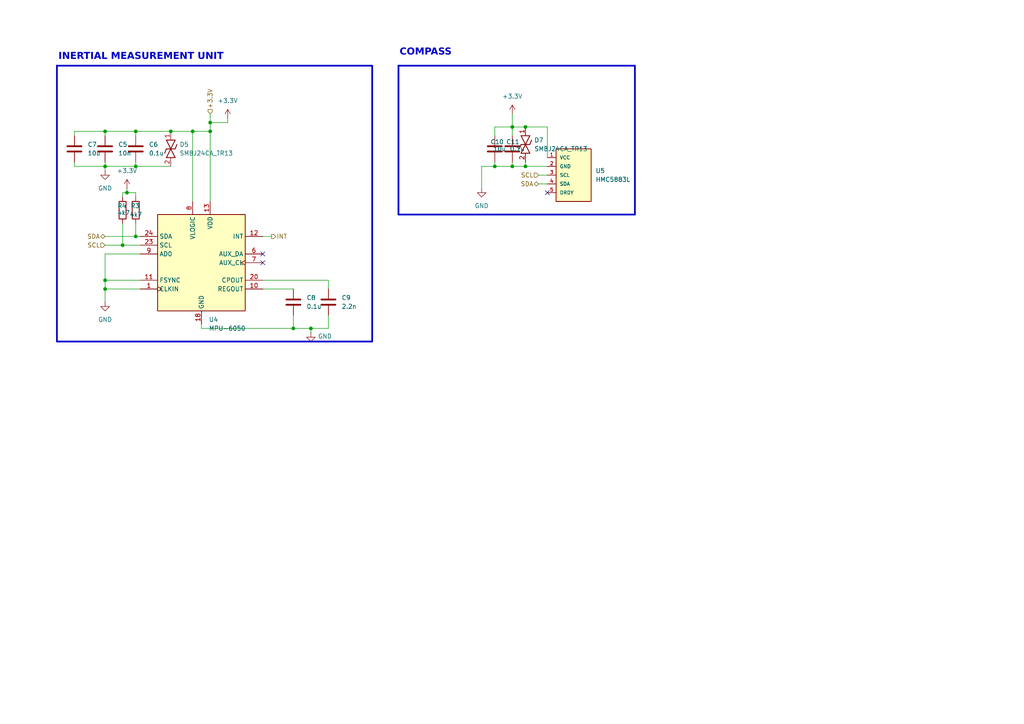
<source format=kicad_sch>
(kicad_sch (version 20250114) (generator "eeschema") (generator_version "9.0")
  (paper "A4")
  (lib_symbols
    (symbol "Device:C" (pin_numbers (hide yes)) (pin_names (offset 0.254))
      (property "Reference" "C" (at 0.635 2.54 0))
      (property "Value" "C" (at 0.635 -2.54 0))
      (symbol "C_0_1"
        (polyline (pts (xy -2.032 0.762) (xy 2.032 0.762)) (stroke (width 0.508)))
        (polyline (pts (xy -2.032 -0.762) (xy 2.032 -0.762)) (stroke (width 0.508)))
      )
      (symbol "C_1_1"
        (pin passive line (at 0 3.81 270) (length 2.794) (name "~") (number "1"))
        (pin passive line (at 0 -3.81 90) (length 2.794) (name "~") (number "2"))
      )
    )
    (symbol "Device:R" (pin_numbers (hide yes)) (pin_names (offset 0))
      (property "Reference" "R" (at 2.032 0 90))
      (property "Value" "R" (at 0 0 90))
      (symbol "R_0_1"
        (rectangle (start -1.016 -2.54) (end 1.016 2.54) (stroke (width 0.254)))
      )
      (symbol "R_1_1"
        (pin passive line (at 0 3.81 270) (length 1.27) (name "~") (number "1"))
        (pin passive line (at 0 -3.81 90) (length 1.27) (name "~") (number "2"))
      )
    )
    (symbol "HMC5883L:HMC5883L" (pin_names (offset 1.016))
      (property "Reference" "U" (at -5.0849 8.1359 0))
      (property "Value" "HMC5883L" (at -5.0847 -8.1355 0))
      (symbol "HMC5883L_0_0"
        (rectangle (start -5.08 -7.62) (end 5.08 7.62) (stroke (width 0.254)) (fill (type background)))
        (pin power_in line (at -7.62 5.08 0) (length 2.54) (name "VCC") (number "1"))
        (pin power_in line (at -7.62 2.54 0) (length 2.54) (name "GND") (number "2"))
        (pin input line (at -7.62 0 0) (length 2.54) (name "SCL") (number "3"))
        (pin bidirectional line (at -7.62 -2.54 0) (length 2.54) (name "SDA") (number "4"))
        (pin bidirectional line (at -7.62 -5.08 0) (length 2.54) (name "DRDY") (number "5"))
      )
    )
    (symbol "SMBJ24CA_TR13_1" (pin_names (hide yes))
      (property "Reference" "D" (at 12.7 8.89 0))
      (property "Value" "SMBJ24CA_TR13" (at 12.7 6.35 0))
      (symbol "SMBJ24CA_TR13_1_1_1"
        (polyline (pts (xy 5.08 1.27) (xy 5.08 -1.27)) (stroke (width 0.254)))
        (polyline (pts (xy 5.08 1.27) (xy 7.62 0)) (stroke (width 0.254)))
        (polyline (pts (xy 6.35 1.778) (xy 7.62 1.27)) (stroke (width 0.254)))
        (polyline (pts (xy 7.62 0) (xy 5.08 -1.27)) (stroke (width 0.254)))
        (polyline (pts (xy 7.62 0) (xy 10.16 -1.27)) (stroke (width 0.254)))
        (polyline (pts (xy 7.62 -1.27) (xy 7.62 1.27)) (stroke (width 0.254)))
        (polyline (pts (xy 7.62 -1.27) (xy 8.89 -1.778)) (stroke (width 0.254)))
        (polyline (pts (xy 10.16 1.27) (xy 7.62 0)) (stroke (width 0.254)))
        (polyline (pts (xy 10.16 1.27) (xy 10.16 -1.27)) (stroke (width 0.254)))
        (pin passive line (at 2.54 0 0) (length 2.54) (name "1") (number "1"))
        (pin passive line (at 12.7 0 180) (length 2.54) (name "2") (number "2"))
      )
    )
    (symbol "Sensor_Motion:MPU-6050"
      (property "Reference" "U" (at -11.43 13.97 0))
      (property "Value" "MPU-6050" (at 7.62 -15.24 0))
      (symbol "MPU-6050_0_1"
        (rectangle (start -12.7 13.97) (end 12.7 -13.97) (stroke (width 0.254)) (fill (type background)))
      )
      (symbol "MPU-6050_1_1"
        (pin bidirectional line (at -17.78 7.62 0) (length 5.08) (name "SDA") (number "24"))
        (pin input line (at -17.78 5.08 0) (length 5.08) (name "SCL") (number "23"))
        (pin input line (at -17.78 2.54 0) (length 5.08) (name "AD0") (number "9"))
        (pin input line (at -17.78 -5.08 0) (length 5.08) (name "FSYNC") (number "11"))
        (pin input clock (at -17.78 -7.62 0) (length 5.08) (name "CLKIN") (number "1"))
        (pin no_connect line (at -12.7 12.7 0) (length 2.54) (hide yes) (name "NC") (number "2"))
        (pin no_connect line (at -12.7 10.16 0) (length 2.54) (hide yes) (name "NC") (number "3"))
        (pin no_connect line (at -12.7 0 0) (length 2.54) (hide yes) (name "NC") (number "4"))
        (pin no_connect line (at -12.7 -2.54 0) (length 2.54) (hide yes) (name "NC") (number "5"))
        (pin no_connect line (at -12.7 -10.16 0) (length 2.54) (hide yes) (name "NC") (number "14"))
        (pin power_in line (at -2.54 17.78 270) (length 3.81) (name "VLOGIC") (number "8"))
        (pin power_in line (at 0 -17.78 90) (length 3.81) (name "GND") (number "18"))
        (pin power_in line (at 2.54 17.78 270) (length 3.81) (name "VDD") (number "13"))
        (pin no_connect line (at 12.7 12.7 180) (length 2.54) (hide yes) (name "NC") (number "15"))
        (pin no_connect line (at 12.7 10.16 180) (length 2.54) (hide yes) (name "NC") (number "16"))
        (pin no_connect line (at 12.7 5.08 180) (length 2.54) (hide yes) (name "NC") (number "17"))
        (pin no_connect line (at 12.7 -2.54 180) (length 2.54) (hide yes) (name "RESV") (number "21"))
        (pin no_connect line (at 12.7 -10.16 180) (length 2.54) (hide yes) (name "RESV") (number "19"))
        (pin no_connect line (at 12.7 -12.7 180) (length 2.54) (hide yes) (name "RESV") (number "22"))
        (pin output line (at 17.78 7.62 180) (length 5.08) (name "INT") (number "12"))
        (pin bidirectional line (at 17.78 2.54 180) (length 5.08) (name "AUX_DA") (number "6"))
        (pin output clock (at 17.78 0 180) (length 5.08) (name "AUX_CL") (number "7"))
        (pin passive line (at 17.78 -5.08 180) (length 5.08) (name "CPOUT") (number "20"))
        (pin passive line (at 17.78 -7.62 180) (length 5.08) (name "REGOUT") (number "10"))
      )
    )
    (symbol "power:+3.3V" (power) (pin_numbers (hide yes)) (pin_names (offset 0) (hide yes))
      (property "Value" "+3.3V" (at 0 3.556 0))
      (symbol "+3.3V_0_1"
        (polyline (pts (xy -0.762 1.27) (xy 0 2.54)))
        (polyline (pts (xy 0 2.54) (xy 0.762 1.27)))
        (polyline (pts (xy 0 0) (xy 0 2.54)))
      )
      (symbol "+3.3V_1_1"
        (pin power_in line (at 0 0 90) (length 0) (name "~") (number "1"))
      )
    )
    (symbol "power:GND" (power) (pin_numbers (hide yes)) (pin_names (offset 0) (hide yes))
      (property "Value" "GND" (at 0 -3.81 0))
      (symbol "GND_0_1"
        (polyline (pts (xy 0 0) (xy 0 -1.27) (xy 1.27 -1.27) (xy 0 -2.54) (xy -1.27 -1.27) (xy 0 -1.27)))
      )
      (symbol "GND_1_1"
        (pin power_in line (at 0 0 270) (length 0) (name "~") (number "1"))
      )
    )
  )
  (rectangle (start 115.57 19.05) (end 184.15 62.23) (stroke (width 0.5)))
  (rectangle (start 16.51 19.05) (end 107.95 99.06) (stroke (width 0.5)))
  (text "INERTIAL MEASUREMENT UNIT\n" (at 40.894 17.018 0) (effects (font (size 2 2) (thickness 0.254) (bold yes))))
  (text "COMPASS" (at 123.444 15.748 0) (effects (font (size 2 2) (thickness 0.254) (bold yes))))
  (junction (at 30.48 38.1))
  (junction (at 85.09 95.25))
  (junction (at 90.17 95.25))
  (junction (at 35.56 71.12))
  (junction (at 148.59 48.26))
  (junction (at 60.96 38.1))
  (junction (at 152.4 48.26))
  (junction (at 49.53 38.1))
  (junction (at 39.37 38.1))
  (junction (at 30.48 48.26))
  (junction (at 60.96 35.56))
  (junction (at 55.88 38.1))
  (junction (at 148.59 36.83))
  (junction (at 36.83 55.88))
  (junction (at 30.48 81.28))
  (junction (at 39.37 68.58))
  (junction (at 143.51 48.26))
  (junction (at 39.37 48.26))
  (junction (at 30.48 83.82))
  (junction (at 152.4 36.83))
  (no_connect (at 76.2 76.2))
  (no_connect (at 76.2 73.66))
  (no_connect (at 158.75 55.88))
  (wire (pts (xy 85.09 91.44) (xy 85.09 95.25)))
  (wire (pts (xy 60.96 38.1) (xy 55.88 38.1)))
  (wire (pts (xy 148.59 48.26) (xy 152.4 48.26)))
  (wire (pts (xy 58.42 95.25) (xy 58.42 93.98)))
  (wire (pts (xy 60.96 38.1) (xy 60.96 58.42)))
  (wire (pts (xy 39.37 57.15) (xy 39.37 55.88)))
  (wire (pts (xy 39.37 64.77) (xy 39.37 68.58)))
  (wire (pts (xy 90.17 96.52) (xy 90.17 95.25)))
  (wire (pts (xy 152.4 36.83) (xy 158.75 36.83)))
  (wire (pts (xy 143.51 48.26) (xy 139.7 48.26)))
  (wire (pts (xy 148.59 36.83) (xy 148.59 39.37)))
  (wire (pts (xy 35.56 64.77) (xy 35.56 71.12)))
  (wire (pts (xy 30.48 73.66) (xy 30.48 81.28)))
  (wire (pts (xy 30.48 48.26) (xy 39.37 48.26)))
  (wire (pts (xy 30.48 38.1) (xy 21.59 38.1)))
  (wire (pts (xy 30.48 81.28) (xy 30.48 83.82)))
  (wire (pts (xy 60.96 35.56) (xy 60.96 38.1)))
  (wire (pts (xy 55.88 38.1) (xy 55.88 58.42)))
  (wire (pts (xy 60.96 33.02) (xy 60.96 35.56)))
  (wire (pts (xy 148.59 33.02) (xy 148.59 36.83)))
  (wire (pts (xy 95.25 81.28) (xy 95.25 83.82)))
  (wire (pts (xy 39.37 68.58) (xy 40.64 68.58)))
  (wire (pts (xy 76.2 81.28) (xy 95.25 81.28)))
  (wire (pts (xy 66.04 34.29) (xy 66.04 35.56)))
  (wire (pts (xy 143.51 48.26) (xy 143.51 46.99)))
  (wire (pts (xy 30.48 49.53) (xy 30.48 48.26)))
  (wire (pts (xy 30.48 68.58) (xy 39.37 68.58)))
  (wire (pts (xy 156.21 53.34) (xy 158.75 53.34)))
  (wire (pts (xy 40.64 81.28) (xy 30.48 81.28)))
  (wire (pts (xy 143.51 36.83) (xy 143.51 39.37)))
  (wire (pts (xy 35.56 57.15) (xy 35.56 55.88)))
  (wire (pts (xy 60.96 35.56) (xy 66.04 35.56)))
  (wire (pts (xy 148.59 48.26) (xy 148.59 46.99)))
  (wire (pts (xy 39.37 48.26) (xy 49.53 48.26)))
  (wire (pts (xy 30.48 46.99) (xy 30.48 48.26)))
  (wire (pts (xy 35.56 71.12) (xy 40.64 71.12)))
  (wire (pts (xy 152.4 46.99) (xy 152.4 48.26)))
  (wire (pts (xy 30.48 38.1) (xy 30.48 39.37)))
  (wire (pts (xy 21.59 38.1) (xy 21.59 39.37)))
  (wire (pts (xy 76.2 68.58) (xy 78.74 68.58)))
  (wire (pts (xy 49.53 38.1) (xy 55.88 38.1)))
  (wire (pts (xy 148.59 48.26) (xy 143.51 48.26)))
  (wire (pts (xy 40.64 73.66) (xy 30.48 73.66)))
  (wire (pts (xy 30.48 83.82) (xy 30.48 87.63)))
  (wire (pts (xy 21.59 48.26) (xy 21.59 46.99)))
  (wire (pts (xy 39.37 38.1) (xy 49.53 38.1)))
  (wire (pts (xy 35.56 55.88) (xy 36.83 55.88)))
  (wire (pts (xy 139.7 48.26) (xy 139.7 54.61)))
  (wire (pts (xy 152.4 48.26) (xy 158.75 48.26)))
  (wire (pts (xy 30.48 71.12) (xy 35.56 71.12)))
  (wire (pts (xy 85.09 95.25) (xy 90.17 95.25)))
  (wire (pts (xy 30.48 83.82) (xy 40.64 83.82)))
  (wire (pts (xy 148.59 36.83) (xy 152.4 36.83)))
  (wire (pts (xy 39.37 38.1) (xy 30.48 38.1)))
  (wire (pts (xy 39.37 46.99) (xy 39.37 48.26)))
  (wire (pts (xy 158.75 50.8) (xy 156.21 50.8)))
  (wire (pts (xy 76.2 83.82) (xy 85.09 83.82)))
  (wire (pts (xy 36.83 55.88) (xy 39.37 55.88)))
  (wire (pts (xy 90.17 95.25) (xy 95.25 95.25)))
  (wire (pts (xy 30.48 48.26) (xy 21.59 48.26)))
  (wire (pts (xy 158.75 36.83) (xy 158.75 45.72)))
  (wire (pts (xy 143.51 36.83) (xy 148.59 36.83)))
  (wire (pts (xy 39.37 38.1) (xy 39.37 39.37)))
  (wire (pts (xy 95.25 91.44) (xy 95.25 95.25)))
  (wire (pts (xy 58.42 95.25) (xy 85.09 95.25)))
  (wire (pts (xy 36.83 55.88) (xy 36.83 54.61)))
  (hierarchical_label "SCL" (shape input) (at 156.21 50.8 180))
  (hierarchical_label "INT" (shape output) (at 78.74 68.58 0))
  (hierarchical_label "SDA" (shape bidirectional) (at 156.21 53.34 180))
  (hierarchical_label "SCL" (shape input) (at 30.48 71.12 180))
  (hierarchical_label "SDA" (shape bidirectional) (at 30.48 68.58 180))
  (hierarchical_label "+3.3V" (shape input) (at 60.96 33.02 90))
  (symbol (lib_id "Device:C") (at 21.59 43.18 0) (unit 1)
    (property "Reference" "C7" (at 25.4 41.9099 0) (effects (justify left)))
    (property "Value" "10u" (at 25.4 44.4499 0) (effects (justify left)))
    (property "Description" "Unpolarized capacitor" (effects (hide yes)))
  )
  (symbol (lib_id "power:+3.3V") (at 148.59 33.02 0) (unit 1)
    (property "Reference" "#PWR097" (effects (hide yes)))
    (property "Value" "+3.3V" (at 148.59 27.94 0))
    (property "Description" "Power symbol creates a global label with name \"+3.3V\"" (effects (hide yes)))
  )
  (symbol (lib_id "Device:C") (at 95.25 87.63 0) (unit 1)
    (property "Reference" "C9" (at 99.06 86.3599 0) (effects (justify left)))
    (property "Value" "2.2n" (at 99.06 88.8999 0) (effects (justify left)))
    (property "Description" "Unpolarized capacitor" (effects (hide yes)))
  )
  (symbol (lib_id "Device:C") (at 148.59 43.18 0) (unit 1)
    (property "Reference" "C11" (at 146.812 41.148 0) (effects (justify left)))
    (property "Value" "0.1u" (at 147.828 43.18 0) (effects (justify left)))
    (property "Description" "Unpolarized capacitor" (effects (hide yes)))
  )
  (symbol (lib_id "Device:C") (at 39.37 43.18 0) (unit 1)
    (property "Reference" "C6" (at 43.18 41.9099 0) (effects (justify left)))
    (property "Value" "0.1u" (at 43.18 44.4499 0) (effects (justify left)))
    (property "Description" "Unpolarized capacitor" (effects (hide yes)))
  )
  (symbol (lib_id "power:GND") (at 30.48 87.63 0) (unit 1)
    (property "Reference" "#PWR011" (effects (hide yes)))
    (property "Value" "GND" (at 30.48 92.71 0))
    (property "Description" "Power symbol creates a global label with name \"GND\" , ground" (effects (hide yes)))
  )
  (symbol (lib_id "power:GND") (at 139.7 54.61 0) (unit 1)
    (property "Reference" "#PWR015" (effects (hide yes)))
    (property "Value" "GND" (at 139.7 59.69 0))
    (property "Description" "Power symbol creates a global label with name \"GND\" , ground" (effects (hide yes)))
  )
  (symbol (lib_id "Device:C") (at 85.09 87.63 0) (unit 1)
    (property "Reference" "C8" (at 88.9 86.3599 0) (effects (justify left)))
    (property "Value" "0.1u" (at 88.9 88.8999 0) (effects (justify left)))
    (property "Description" "Unpolarized capacitor" (effects (hide yes)))
  )
  (symbol (lib_id "power:GND") (at 30.48 49.53 0) (unit 1)
    (property "Reference" "#PWR09" (effects (hide yes)))
    (property "Value" "GND" (at 30.48 54.61 0))
    (property "Description" "Power symbol creates a global label with name \"GND\" , ground" (effects (hide yes)))
  )
  (symbol (lib_name "SMBJ24CA_TR13_1") (lib_id "SMBJ24CA_TR13:SMBJ24CA_TR13") (at 152.4 34.29 270) (unit 1)
    (property "Reference" "D7" (at 154.94 40.6399 90) (effects (justify left)))
    (property "Value" "SMBJ24CA_TR13" (at 154.94 43.1799 90) (effects (justify left)))
    (property "Footprint" "SMBJ24CA_TR13:DIONM5436X265N" (effects (hide yes)))
    (property "Datasheet" "https://4donline.ihs.com/images/VipMasterIC/IC/MCBU/MCBUS00041/MCBUS00041-1.pdf?hkey=61A2E4C270F0397D049F8F05BD4F1054" (effects (hide yes)))
    (property "Description" "38.9V Clamp 15.5A Ipp Tvs Diode Surface Mount DO-214AA (SMB)" (effects (hide yes)))
    (property "Height" "2.65" (effects (hide yes)))
    (property "Mouser Part Number" "603-SMBJ24CA/TR13" (effects (hide yes)))
    (property "Mouser Price/Stock" "https://www.mouser.co.uk/ProductDetail/YAGEO/SMBJ24CA-TR13?qs=PzGy0jfpSMvGAe65GS0rOg%3D%3D" (effects (hide yes)))
    (property "Manufacturer_Name" "YAGEO" (effects (hide yes)))
    (property "Manufacturer_Part_Number" "SMBJ24CA/TR13" (effects (hide yes)))
  )
  (symbol (lib_id "Sensor_Motion:MPU-6050") (at 58.42 76.2 0) (unit 1)
    (property "Reference" "U4" (at 60.5633 92.71 0) (effects (justify left)))
    (property "Value" "MPU-6050" (at 60.5633 95.25 0) (effects (justify left)))
    (property "Footprint" "Sensor_Motion:InvenSense_QFN-24_4x4mm_P0.5mm" (effects (hide yes)))
    (property "Datasheet" "https://invensense.tdk.com/wp-content/uploads/2015/02/MPU-6000-Datasheet1.pdf" (effects (hide yes)))
    (property "Description" "InvenSense 6-Axis Motion Sensor, Gyroscope, Accelerometer, I2C" (effects (hide yes)))
  )
  (symbol (lib_id "HMC5883L:HMC5883L") (at 166.37 50.8 0) (unit 1)
    (property "Reference" "U5" (at 172.72 49.5299 0) (effects (justify left)))
    (property "Value" "HMC5883L" (at 172.72 52.0699 0) (effects (justify left)))
    (property "Footprint" "HMC5883L:HMC5883L" (effects (hide yes)))
    (property "MF" "Honeywell Aerospace" (effects (hide yes)))
    (property "Description_1" "HMC5883L series Magnetic, Digital Compass Sensor Evaluation Board" (effects (hide yes)))
    (property "Package" "None" (effects (hide yes)))
    (property "Price" "None" (effects (hide yes)))
    (property "SnapEDA_Link" "https://www.snapeda.com/parts/HMC5883L/Honeywell/view-part/?ref=snap" (effects (hide yes)))
    (property "MP" "HMC5883L" (effects (hide yes)))
    (property "Availability" "In Stock" (effects (hide yes)))
    (property "Check_prices" "https://www.snapeda.com/parts/HMC5883L/Honeywell/view-part/?ref=eda" (effects (hide yes)))
  )
  (symbol (lib_id "Device:R") (at 35.56 60.96 0) (unit 1)
    (property "Reference" "R4" (at 34.036 59.69 0) (effects (justify left)))
    (property "Value" "4k7" (at 34.036 61.722 0) (effects (justify left)))
    (property "Description" "Resistor" (effects (hide yes)))
  )
  (symbol (lib_id "power:+3.3V") (at 66.04 34.29 0) (unit 1)
    (property "Reference" "#PWR096" (effects (hide yes)))
    (property "Value" "+3.3V" (at 66.04 29.21 0))
    (property "Description" "Power symbol creates a global label with name \"+3.3V\"" (effects (hide yes)))
  )
  (symbol (lib_id "Device:C") (at 30.48 43.18 0) (unit 1)
    (property "Reference" "C5" (at 34.29 41.9099 0) (effects (justify left)))
    (property "Value" "10n" (at 34.29 44.4499 0) (effects (justify left)))
    (property "Description" "Unpolarized capacitor" (effects (hide yes)))
  )
  (symbol (lib_id "Device:R") (at 39.37 60.96 0) (unit 1)
    (property "Reference" "R3" (at 37.846 59.69 0) (effects (justify left)))
    (property "Value" "4k7" (at 37.592 62.23 0) (effects (justify left)))
    (property "Description" "Resistor" (effects (hide yes)))
  )
  (symbol (lib_id "power:GND") (at 90.17 96.52 0) (unit 1)
    (property "Reference" "#PWR010" (effects (hide yes)))
    (property "Value" "GND" (at 94.234 97.536 0))
    (property "Description" "Power symbol creates a global label with name \"GND\" , ground" (effects (hide yes)))
  )
  (symbol (lib_id "Device:C") (at 143.51 43.18 0) (unit 1)
    (property "Reference" "C10" (at 142.24 41.148 0) (effects (justify left)))
    (property "Value" "10u" (at 143.002 43.18 0) (effects (justify left)))
    (property "Description" "Unpolarized capacitor" (effects (hide yes)))
  )
  (symbol (lib_name "SMBJ24CA_TR13_1") (lib_id "SMBJ24CA_TR13:SMBJ24CA_TR13") (at 49.53 35.56 270) (unit 1)
    (property "Reference" "D5" (at 52.07 41.9099 90) (effects (justify left)))
    (property "Value" "SMBJ24CA_TR13" (at 52.07 44.4499 90) (effects (justify left)))
    (property "Footprint" "SMBJ24CA_TR13:DIONM5436X265N" (effects (hide yes)))
    (property "Datasheet" "https://4donline.ihs.com/images/VipMasterIC/IC/MCBU/MCBUS00041/MCBUS00041-1.pdf?hkey=61A2E4C270F0397D049F8F05BD4F1054" (effects (hide yes)))
    (property "Description" "38.9V Clamp 15.5A Ipp Tvs Diode Surface Mount DO-214AA (SMB)" (effects (hide yes)))
    (property "Height" "2.65" (effects (hide yes)))
    (property "Mouser Part Number" "603-SMBJ24CA/TR13" (effects (hide yes)))
    (property "Mouser Price/Stock" "https://www.mouser.co.uk/ProductDetail/YAGEO/SMBJ24CA-TR13?qs=PzGy0jfpSMvGAe65GS0rOg%3D%3D" (effects (hide yes)))
    (property "Manufacturer_Name" "YAGEO" (effects (hide yes)))
    (property "Manufacturer_Part_Number" "SMBJ24CA/TR13" (effects (hide yes)))
  )
  (symbol (lib_id "power:+3.3V") (at 36.83 54.61 0) (unit 1)
    (property "Reference" "#PWR012" (effects (hide yes)))
    (property "Value" "+3.3V" (at 36.83 49.53 0))
    (property "Description" "Power symbol creates a global label with name \"+3.3V\"" (effects (hide yes)))
  )
)
</source>
